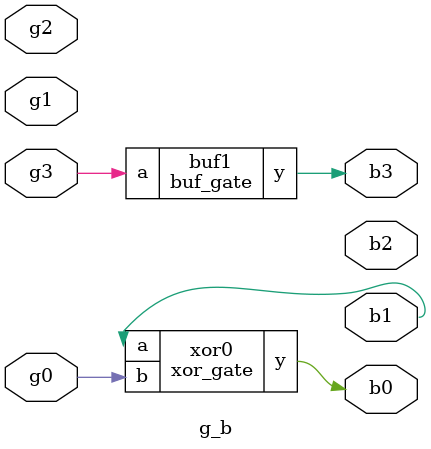
<source format=v>

module xor_gate(
  input a,b,
  output y
);
  
  assign y = a ^ b;
  
endmodule


module buf_gate(
  input a,
  output y
);
  
  assign y=a ; 

endmodule


module g_b(
  input g3,g2,g1,g0,
  output b3,b2,b1,b0
);
   
  wire b2_w,b1_w; //wire for intermediate signal (optional)
  
  buf_gate buf1( .y(b3) , .a(g3)  );
 
  xor_gate xor2( .y(b2_w) , .a(g3), .b(g2)  ); 
  
  xor_gate xor1( .y(b1_w) , .a(b2), .b(g1)  ); 
  
  xor_gate xor0( .y(b0) , .a(b1), .b(g0)  ); 
  
endmodule 
  
  
 
</source>
